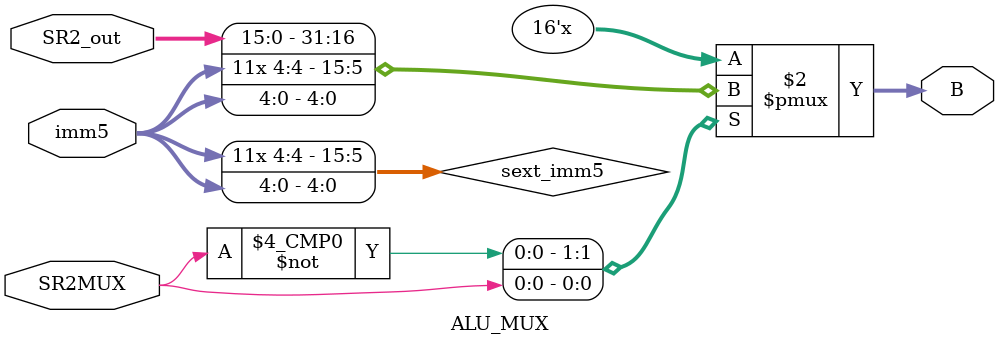
<source format=sv>
module ALU_Unit(input logic[1:0]ALUK,
					input logic[4:0] imm5,
					input logic SR2MUX,
					input logic[15:0] SR1_out, SR2_out,
					output logic[15:0] ALU_output
);
logic[15:0] B;
ALU_MUX a_mux(.*);

ALU alu(.ALUK,.A(SR1_out),.B,.data_out(ALU_output));

endmodule


module ALU(
				input logic[1:0]ALUK,
				input logic[15:0] A, B,
				output logic[15:0] data_out
);

always_comb
			begin
			case(ALUK)
				2'b00: data_out = A + B;
				2'b01: data_out = A & B;
				2'b10: data_out = ~ A;
				2'b11: data_out = A;
				default: data_out = 16'h0000;
			endcase
			end			
endmodule


module ALU_MUX(
				input logic[4:0] imm5,
				input logic[15:0] SR2_out,
				input logic SR2MUX,
				output logic[15:0] B
);

logic[15:0] sext_imm5;
assign sext_imm5 = {{11{imm5[4]}},imm5[4:0]};
always_comb
			begin
			case(SR2MUX)
			1'b 0: B = SR2_out;
			1'b 1: B = sext_imm5;
			default: B = 16'h0000;
			endcase
			end
endmodule

</source>
